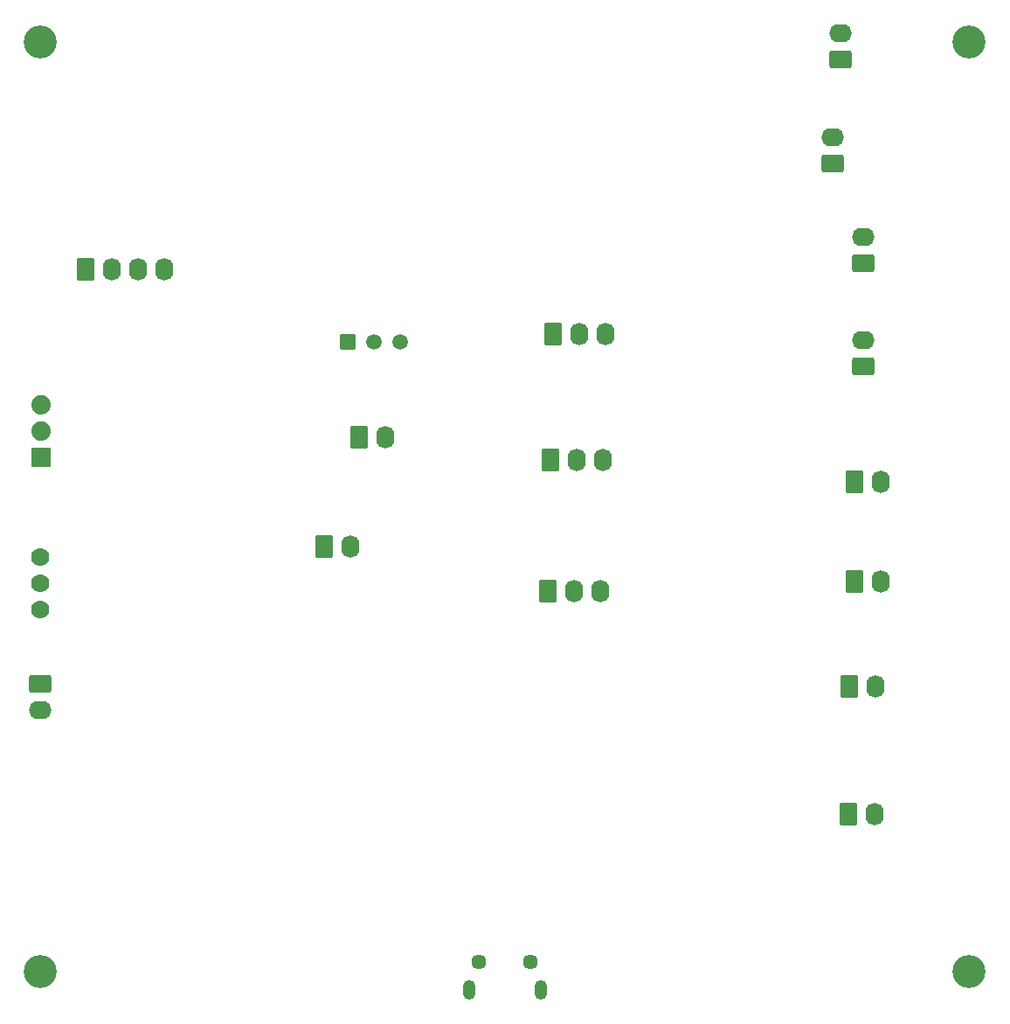
<source format=gbr>
%TF.GenerationSoftware,KiCad,Pcbnew,8.0.8*%
%TF.CreationDate,2025-04-06T12:17:53-05:00*%
%TF.ProjectId,ECE 445 PCBWay Order 4,45434520-3434-4352-9050-434257617920,rev?*%
%TF.SameCoordinates,Original*%
%TF.FileFunction,Soldermask,Bot*%
%TF.FilePolarity,Negative*%
%FSLAX46Y46*%
G04 Gerber Fmt 4.6, Leading zero omitted, Abs format (unit mm)*
G04 Created by KiCad (PCBNEW 8.0.8) date 2025-04-06 12:17:53*
%MOMM*%
%LPD*%
G01*
G04 APERTURE LIST*
G04 Aperture macros list*
%AMRoundRect*
0 Rectangle with rounded corners*
0 $1 Rounding radius*
0 $2 $3 $4 $5 $6 $7 $8 $9 X,Y pos of 4 corners*
0 Add a 4 corners polygon primitive as box body*
4,1,4,$2,$3,$4,$5,$6,$7,$8,$9,$2,$3,0*
0 Add four circle primitives for the rounded corners*
1,1,$1+$1,$2,$3*
1,1,$1+$1,$4,$5*
1,1,$1+$1,$6,$7*
1,1,$1+$1,$8,$9*
0 Add four rect primitives between the rounded corners*
20,1,$1+$1,$2,$3,$4,$5,0*
20,1,$1+$1,$4,$5,$6,$7,0*
20,1,$1+$1,$6,$7,$8,$9,0*
20,1,$1+$1,$8,$9,$2,$3,0*%
G04 Aperture macros list end*
%ADD10RoundRect,0.250000X-0.620000X-0.845000X0.620000X-0.845000X0.620000X0.845000X-0.620000X0.845000X0*%
%ADD11O,1.740000X2.190000*%
%ADD12RoundRect,0.250000X0.845000X-0.620000X0.845000X0.620000X-0.845000X0.620000X-0.845000X-0.620000X0*%
%ADD13O,2.190000X1.740000*%
%ADD14C,3.200000*%
%ADD15R,1.879600X1.879600*%
%ADD16C,1.879600*%
%ADD17RoundRect,0.102000X-0.649000X-0.649000X0.649000X-0.649000X0.649000X0.649000X-0.649000X0.649000X0*%
%ADD18C,1.502000*%
%ADD19C,1.778000*%
%ADD20O,1.200000X1.900000*%
%ADD21C,1.450000*%
%ADD22RoundRect,0.250000X-0.845000X0.620000X-0.845000X-0.620000X0.845000X-0.620000X0.845000X0.620000X0*%
G04 APERTURE END LIST*
D10*
%TO.C,J16*%
X132461000Y-93853000D03*
D11*
X135001000Y-93853000D03*
%TD*%
D12*
%TO.C,J4*%
X181737000Y-56769000D03*
D13*
X181737000Y-54229000D03*
%TD*%
D14*
%TO.C,H2*%
X105000000Y-45000000D03*
%TD*%
D10*
%TO.C,J14*%
X135890000Y-83312000D03*
D11*
X138430000Y-83312000D03*
%TD*%
D10*
%TO.C,J11*%
X154178000Y-98171000D03*
D11*
X156718000Y-98171000D03*
X159258000Y-98171000D03*
%TD*%
D15*
%TO.C,U6*%
X105029000Y-85217000D03*
D16*
X105029000Y-82677000D03*
X105029000Y-80137000D03*
%TD*%
D14*
%TO.C,H3*%
X105000000Y-135000000D03*
%TD*%
D17*
%TO.C,Q1*%
X134747000Y-74041000D03*
D18*
X137287000Y-74041000D03*
X139827000Y-74041000D03*
%TD*%
D12*
%TO.C,J15*%
X184678000Y-76454000D03*
D13*
X184678000Y-73914000D03*
%TD*%
D10*
%TO.C,J9*%
X183388000Y-107442000D03*
D11*
X185928000Y-107442000D03*
%TD*%
D12*
%TO.C,J6*%
X182499000Y-46736000D03*
D13*
X182499000Y-44196000D03*
%TD*%
D10*
%TO.C,J1*%
X109347000Y-67056000D03*
D11*
X111887000Y-67056000D03*
X114427000Y-67056000D03*
X116967000Y-67056000D03*
%TD*%
D10*
%TO.C,J12*%
X154432000Y-85471000D03*
D11*
X156972000Y-85471000D03*
X159512000Y-85471000D03*
%TD*%
D10*
%TO.C,J8*%
X183896000Y-97282000D03*
D11*
X186436000Y-97282000D03*
%TD*%
D14*
%TO.C,H1*%
X195000000Y-45000000D03*
%TD*%
D10*
%TO.C,J10*%
X183896000Y-87630000D03*
D11*
X186436000Y-87630000D03*
%TD*%
D19*
%TO.C,U5*%
X105000000Y-100000000D03*
X105000000Y-97460000D03*
X105000000Y-94920000D03*
%TD*%
D10*
%TO.C,J13*%
X154686000Y-73279000D03*
D11*
X157226000Y-73279000D03*
X159766000Y-73279000D03*
%TD*%
D20*
%TO.C,J2*%
X146500000Y-136779000D03*
D21*
X147500000Y-134079000D03*
X152500000Y-134079000D03*
D20*
X153500000Y-136779000D03*
%TD*%
D12*
%TO.C,J5*%
X184678000Y-66454000D03*
D13*
X184678000Y-63914000D03*
%TD*%
D10*
%TO.C,J7*%
X183261000Y-119761000D03*
D11*
X185801000Y-119761000D03*
%TD*%
D14*
%TO.C,H4*%
X195000000Y-135000000D03*
%TD*%
D22*
%TO.C,J3*%
X105000000Y-107188000D03*
D13*
X105000000Y-109728000D03*
%TD*%
M02*

</source>
